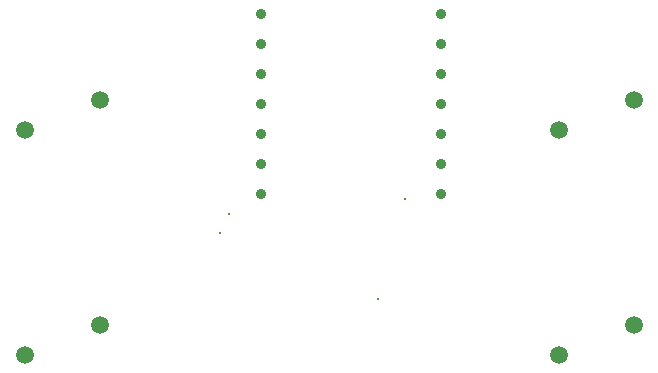
<source format=gbr>
%TF.GenerationSoftware,KiCad,Pcbnew,9.0.2*%
%TF.CreationDate,2025-05-18T21:40:46-07:00*%
%TF.ProjectId,proj,70726f6a-2e6b-4696-9361-645f70636258,rev?*%
%TF.SameCoordinates,Original*%
%TF.FileFunction,Plated,1,2,PTH,Drill*%
%TF.FilePolarity,Positive*%
%FSLAX46Y46*%
G04 Gerber Fmt 4.6, Leading zero omitted, Abs format (unit mm)*
G04 Created by KiCad (PCBNEW 9.0.2) date 2025-05-18 21:40:46*
%MOMM*%
%LPD*%
G01*
G04 APERTURE LIST*
%TA.AperFunction,ViaDrill*%
%ADD10C,0.300000*%
%TD*%
%TA.AperFunction,ComponentDrill*%
%ADD11C,0.889000*%
%TD*%
%TA.AperFunction,ComponentDrill*%
%ADD12C,1.500000*%
%TD*%
G04 APERTURE END LIST*
D10*
X174700000Y-87100000D03*
X175400000Y-85483000D03*
X188000000Y-92700000D03*
X190300000Y-84283000D03*
D11*
%TO.C,U1*%
X178117500Y-68580000D03*
X178117500Y-71120000D03*
X178117500Y-73660000D03*
X178117500Y-76200000D03*
X178117500Y-78740000D03*
X178117500Y-81280000D03*
X178117500Y-83820000D03*
X193357500Y-68580000D03*
X193357500Y-71120000D03*
X193357500Y-73660000D03*
X193357500Y-76200000D03*
X193357500Y-78740000D03*
X193357500Y-81280000D03*
X193357500Y-83820000D03*
D12*
%TO.C,SW1*%
X158115000Y-78422500D03*
%TO.C,SW2*%
X158115000Y-97472500D03*
%TO.C,SW1*%
X164465000Y-75882500D03*
%TO.C,SW2*%
X164465000Y-94932500D03*
%TO.C,SW4*%
X203358750Y-78422500D03*
%TO.C,SW3*%
X203358750Y-97472500D03*
%TO.C,SW4*%
X209708750Y-75882500D03*
%TO.C,SW3*%
X209708750Y-94932500D03*
M02*

</source>
